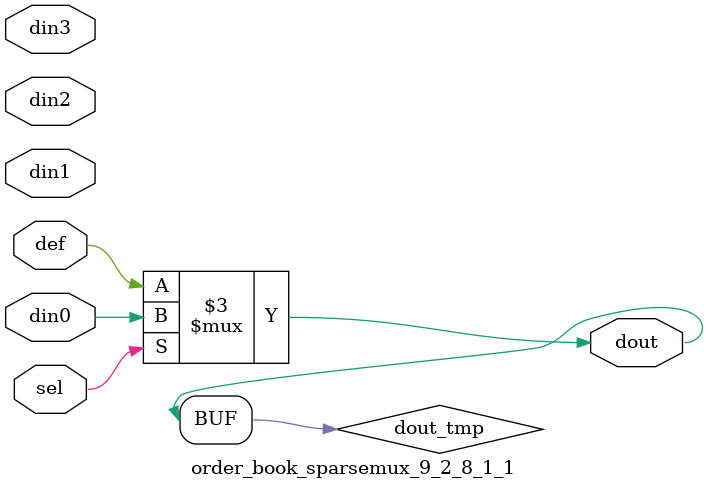
<source format=v>
`timescale 1ns / 1ps

module order_book_sparsemux_9_2_8_1_1 (din0,din1,din2,din3,def,sel,dout);

parameter din0_WIDTH = 1;

parameter din1_WIDTH = 1;

parameter din2_WIDTH = 1;

parameter din3_WIDTH = 1;

parameter def_WIDTH = 1;
parameter sel_WIDTH = 1;
parameter dout_WIDTH = 1;

parameter [sel_WIDTH-1:0] CASE0 = 1;

parameter [sel_WIDTH-1:0] CASE1 = 1;

parameter [sel_WIDTH-1:0] CASE2 = 1;

parameter [sel_WIDTH-1:0] CASE3 = 1;

parameter ID = 1;
parameter NUM_STAGE = 1;



input [din0_WIDTH-1:0] din0;

input [din1_WIDTH-1:0] din1;

input [din2_WIDTH-1:0] din2;

input [din3_WIDTH-1:0] din3;

input [def_WIDTH-1:0] def;
input [sel_WIDTH-1:0] sel;

output [dout_WIDTH-1:0] dout;



reg [dout_WIDTH-1:0] dout_tmp;


always @ (*) begin
(* parallel_case *) case (sel)
    
    CASE0 : dout_tmp = din0;
    
    CASE1 : dout_tmp = din1;
    
    CASE2 : dout_tmp = din2;
    
    CASE3 : dout_tmp = din3;
    
    default : dout_tmp = def;
endcase
end


assign dout = dout_tmp;



endmodule

</source>
